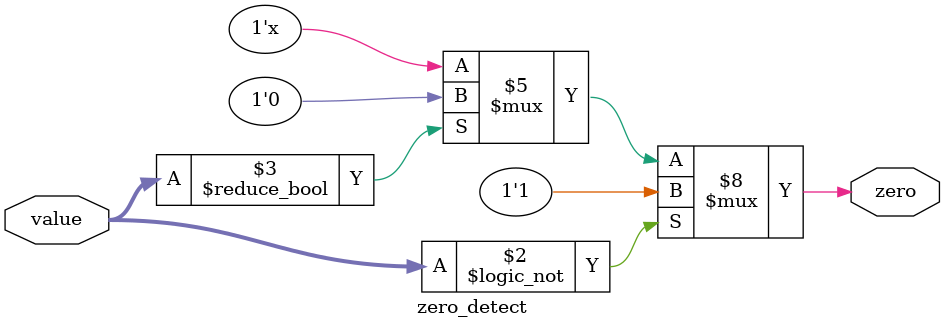
<source format=v>




module zero_detect(
	input wire [31:0] value,
	output reg zero);
	
	initial begin
		zero = 0;
	end
	
	always @* begin
		if (value == 0) begin
			zero <= 1;
		end else if (value != 0) begin
			zero <= 0;
		end
	end
endmodule

</source>
